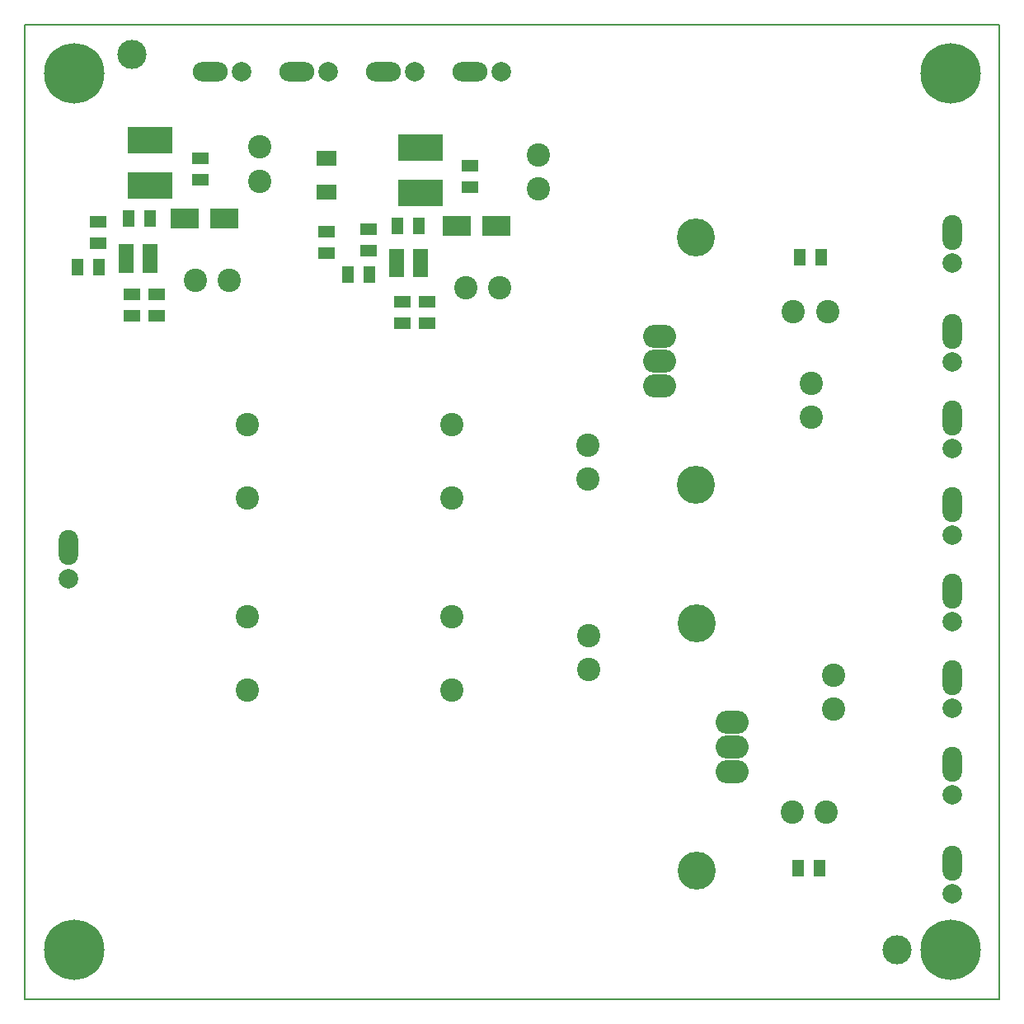
<source format=gts>
G04 #@! TF.FileFunction,Soldermask,Top*
%FSLAX46Y46*%
G04 Gerber Fmt 4.6, Leading zero omitted, Abs format (unit mm)*
G04 Created by KiCad (PCBNEW 4.0.2-stable) date 20/05/2016 13:48:35*
%MOMM*%
G01*
G04 APERTURE LIST*
%ADD10C,0.100000*%
%ADD11C,0.150000*%
%ADD12C,2.400000*%
%ADD13R,1.300000X1.700000*%
%ADD14R,1.700000X1.300000*%
%ADD15R,2.900000X2.100000*%
%ADD16C,2.000000*%
%ADD17O,2.000000X3.600000*%
%ADD18O,3.600000X2.000000*%
%ADD19R,4.600000X2.800000*%
%ADD20O,3.400000X2.400000*%
%ADD21C,3.900000*%
%ADD22R,1.600000X1.050000*%
%ADD23C,3.000000*%
%ADD24C,6.200000*%
%ADD25R,2.100000X1.500000*%
G04 APERTURE END LIST*
D10*
D11*
X0Y100000000D02*
X0Y0D01*
X100000000Y100000000D02*
X0Y100000000D01*
X100000000Y0D02*
X100000000Y100000000D01*
X0Y0D02*
X100000000Y0D01*
D12*
X17485261Y73811175D03*
X20985261Y73811175D03*
X45240000Y73025000D03*
X48740000Y73025000D03*
X22860000Y58935000D03*
X22860000Y51435000D03*
X22860000Y39250000D03*
X22860000Y31750000D03*
X43815000Y58935000D03*
X43815000Y51435000D03*
X43815000Y39250000D03*
X43815000Y31750000D03*
D13*
X12854961Y80161175D03*
X10654961Y80161175D03*
X40470000Y79375000D03*
X38270000Y79375000D03*
D12*
X78895000Y70612000D03*
X82395000Y70612000D03*
X82268000Y19177000D03*
X78768000Y19177000D03*
D14*
X17965261Y86341175D03*
X17965261Y84141175D03*
X45720000Y85555000D03*
X45720000Y83355000D03*
D12*
X80746600Y63218000D03*
X80746600Y59718000D03*
X83058000Y33246000D03*
X83058000Y29746000D03*
D15*
X20415000Y80161175D03*
X16415000Y80161175D03*
X48355000Y79375000D03*
X44355000Y79375000D03*
D16*
X4445000Y43180000D03*
D17*
X4445000Y46355000D03*
D16*
X22225000Y95250000D03*
D18*
X19050000Y95250000D03*
D16*
X31115000Y95250000D03*
D18*
X27940000Y95250000D03*
D16*
X48895000Y95250000D03*
D18*
X45720000Y95250000D03*
D16*
X40005000Y95250000D03*
D18*
X36830000Y95250000D03*
D16*
X95250000Y75565000D03*
D17*
X95250000Y78740000D03*
D16*
X95250000Y10795000D03*
D17*
X95250000Y13970000D03*
D16*
X95250000Y65405000D03*
D17*
X95250000Y68580000D03*
D16*
X95250000Y56515000D03*
D17*
X95250000Y59690000D03*
D16*
X95250000Y47625000D03*
D17*
X95250000Y50800000D03*
D16*
X95250000Y38735000D03*
D17*
X95250000Y41910000D03*
D16*
X95250000Y29845000D03*
D17*
X95250000Y33020000D03*
D16*
X95250000Y20955000D03*
D17*
X95250000Y24130000D03*
D14*
X13520261Y72371175D03*
X13520261Y70171175D03*
X10980261Y72371175D03*
X10980261Y70171175D03*
X41275000Y71585000D03*
X41275000Y69385000D03*
X38735000Y71585000D03*
X38735000Y69385000D03*
X7493000Y79840000D03*
X7493000Y77640000D03*
D13*
X5377000Y75154955D03*
X7577000Y75154955D03*
D14*
X35306000Y79078000D03*
X35306000Y76878000D03*
D13*
X33190000Y74422000D03*
X35390000Y74422000D03*
X79545000Y76200000D03*
X81745000Y76200000D03*
X79418000Y13462000D03*
X81618000Y13462000D03*
D12*
X24130000Y87475000D03*
X24130000Y83975000D03*
X52705000Y86685000D03*
X52705000Y83185000D03*
X57785000Y56868000D03*
X57785000Y53368000D03*
X57912000Y37310000D03*
X57912000Y33810000D03*
D19*
X40640000Y82740000D03*
X40640000Y87440000D03*
X12827000Y83502000D03*
X12827000Y88202000D03*
D20*
X72644000Y23368000D03*
X72644000Y25908000D03*
X72644000Y28448000D03*
D21*
X68944000Y13208000D03*
X68944000Y38608000D03*
D20*
X65190000Y68072000D03*
X65190000Y65532000D03*
X65190000Y62992000D03*
D21*
X68890000Y78232000D03*
X68890000Y52832000D03*
D22*
X40570000Y75565000D03*
X38170000Y76515000D03*
X38170000Y75565000D03*
X38170000Y74615000D03*
X40570000Y74615000D03*
X40570000Y76515000D03*
X12815261Y76046375D03*
X10415261Y76996375D03*
X10415261Y76046375D03*
X10415261Y75096375D03*
X12815261Y75096375D03*
X12815261Y76996375D03*
D23*
X89500000Y5000000D03*
X11000000Y97000000D03*
D24*
X5000000Y5000000D03*
X95000000Y5000000D03*
X95000000Y95000000D03*
X5000000Y95000000D03*
D25*
X30988000Y86282000D03*
X30988000Y82882000D03*
D14*
X30988000Y76624000D03*
X30988000Y78824000D03*
M02*

</source>
